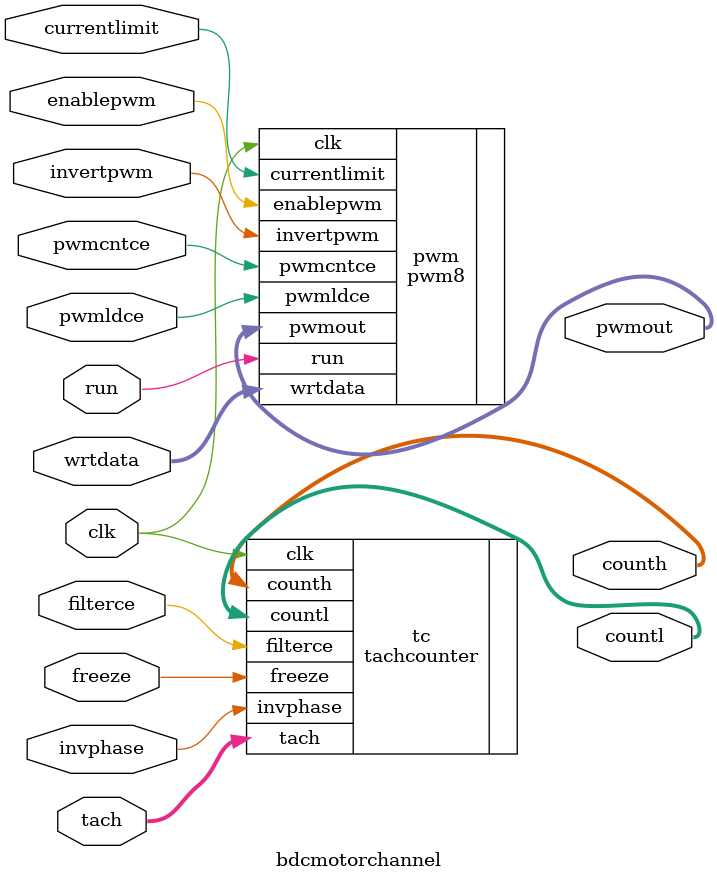
<source format=v>

/*
 * This program is free software; you can redistribute it and/or modify
 * it under the terms of the GNU General Public License as published by
 * the Free Software Foundation; either version 2 of the License, or
 * (at your option) any later version.
 * 
 * This program is distributed in the hope that it will be useful,
 * but WITHOUT ANY WARRANTY; without even the implied warranty of
 * MERCHANTABILITY or FITNESS FOR A PARTICULAR PURPOSE.  See the
 * GNU General Public License for more details.
 * 
 * You should have received a copy of the GNU General Public License
 * along with this program; if not, write to the Free Software
 * Foundation, Inc., 51 Franklin Street, Fifth Floor, Boston,
 * MA 02110-1301, USA.
 * 
 */



//
// This module implements a complete brushed DC motor channel with 16 bit quadrature tach counter,
// tach filtering, tach phase inversion, 8 bit pwm with current limit, and pwm output polarity selection.


module bdcmotorchannel(
    // Tach counter low byte
  	output [7:0] countl,
    // Tach counter high byte
	output [7:0] counth,
    // Complmentary pwm signals out
  	output [1:0] pwmout,
    // System clock in
    input clk,
    // Clock enable for tach filter shift register
    input filterce,
    // Freeze tach counter ( used during reads)
    input freeze,
    // Invert tach counter phase
    input invphase,
    // PWM count enable (used to control PWM frequency)
    input pwmcntce,
    // Load a PWM value on the wrtdata bus into the PWM logic
	input pwmldce,
  	// Invert the PWM outputs
  	input invertpwm,
    // Enable the PWM outputs
    input enablepwm,
    // Run or send the brake signal to the pwm outputs
    input run,
    // Force early termination of the PWM cycle
    input currentlimit,
    // Quadrature tach inputs
  	input [1:0] tach,
    // Write data bus
  	input [7:0] wrtdata);
  

    tachcounter tc(
    .clk(clk),
    .tach(tach),
    .filterce(filterce),
    .freeze(freeze),
    .invphase(invphase),
    .countl(countl),
    .counth(counth));
  
  pwm8 pwm(
    .clk(clk),
    .pwmcntce(pwmcntce),
    .pwmldce(pwmldce),
    .invertpwm(invertpwm),
    .enablepwm(enablepwm),
    .run(run),
    .currentlimit(currentlimit),
    .wrtdata(wrtdata),
    .pwmout(pwmout));
    
  
endmodule

</source>
